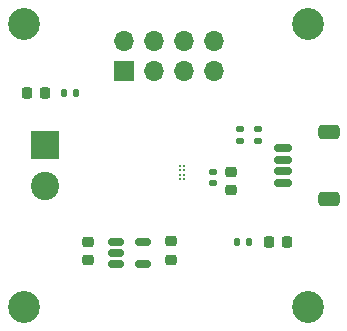
<source format=gbr>
%TF.GenerationSoftware,KiCad,Pcbnew,8.0.0-rc3-3-g27911d9b5a*%
%TF.CreationDate,2025-03-15T22:51:05+01:00*%
%TF.ProjectId,MSPM0C1104S8YCJR,4d53504d-3043-4313-9130-34533859434a,rev?*%
%TF.SameCoordinates,Original*%
%TF.FileFunction,Soldermask,Top*%
%TF.FilePolarity,Negative*%
%FSLAX46Y46*%
G04 Gerber Fmt 4.6, Leading zero omitted, Abs format (unit mm)*
G04 Created by KiCad (PCBNEW 8.0.0-rc3-3-g27911d9b5a) date 2025-03-15 22:51:05*
%MOMM*%
%LPD*%
G01*
G04 APERTURE LIST*
G04 Aperture macros list*
%AMRoundRect*
0 Rectangle with rounded corners*
0 $1 Rounding radius*
0 $2 $3 $4 $5 $6 $7 $8 $9 X,Y pos of 4 corners*
0 Add a 4 corners polygon primitive as box body*
4,1,4,$2,$3,$4,$5,$6,$7,$8,$9,$2,$3,0*
0 Add four circle primitives for the rounded corners*
1,1,$1+$1,$2,$3*
1,1,$1+$1,$4,$5*
1,1,$1+$1,$6,$7*
1,1,$1+$1,$8,$9*
0 Add four rect primitives between the rounded corners*
20,1,$1+$1,$2,$3,$4,$5,0*
20,1,$1+$1,$4,$5,$6,$7,0*
20,1,$1+$1,$6,$7,$8,$9,0*
20,1,$1+$1,$8,$9,$2,$3,0*%
G04 Aperture macros list end*
%ADD10RoundRect,0.250000X0.650000X-0.350000X0.650000X0.350000X-0.650000X0.350000X-0.650000X-0.350000X0*%
%ADD11RoundRect,0.150000X0.625000X-0.150000X0.625000X0.150000X-0.625000X0.150000X-0.625000X-0.150000X0*%
%ADD12C,0.300000*%
%ADD13RoundRect,0.150000X-0.512500X-0.150000X0.512500X-0.150000X0.512500X0.150000X-0.512500X0.150000X0*%
%ADD14RoundRect,0.135000X-0.135000X-0.185000X0.135000X-0.185000X0.135000X0.185000X-0.135000X0.185000X0*%
%ADD15RoundRect,0.135000X-0.185000X0.135000X-0.185000X-0.135000X0.185000X-0.135000X0.185000X0.135000X0*%
%ADD16R,2.400000X2.400000*%
%ADD17C,2.400000*%
%ADD18R,1.700000X1.700000*%
%ADD19O,1.700000X1.700000*%
%ADD20C,2.700000*%
%ADD21RoundRect,0.218750X0.218750X0.256250X-0.218750X0.256250X-0.218750X-0.256250X0.218750X-0.256250X0*%
%ADD22RoundRect,0.218750X-0.218750X-0.256250X0.218750X-0.256250X0.218750X0.256250X-0.218750X0.256250X0*%
%ADD23RoundRect,0.225000X-0.250000X0.225000X-0.250000X-0.225000X0.250000X-0.225000X0.250000X0.225000X0*%
%ADD24RoundRect,0.140000X-0.170000X0.140000X-0.170000X-0.140000X0.170000X-0.140000X0.170000X0.140000X0*%
G04 APERTURE END LIST*
D10*
%TO.C,J3*%
X138775000Y-97800000D03*
X138775000Y-92200000D03*
D11*
X134900000Y-93500000D03*
X134900000Y-94500000D03*
X134900000Y-95500000D03*
X134900000Y-96500000D03*
%TD*%
D12*
%TO.C,U1*%
X126150000Y-95075000D03*
X126500000Y-95075000D03*
X126150000Y-95425000D03*
X126500000Y-95425000D03*
X126150000Y-95775000D03*
X126500000Y-95775000D03*
X126150000Y-96125000D03*
X126500000Y-96125000D03*
%TD*%
D13*
%TO.C,U2*%
X120800000Y-101450000D03*
X120800000Y-102400000D03*
X120800000Y-103350000D03*
X123075000Y-103350000D03*
X123075000Y-101450000D03*
%TD*%
D14*
%TO.C,R5*%
X116380000Y-88900000D03*
X117400000Y-88900000D03*
%TD*%
D15*
%TO.C,R4*%
X132800000Y-91890000D03*
X132800000Y-92910000D03*
%TD*%
%TO.C,R3*%
X131290000Y-92900000D03*
X131290000Y-91880000D03*
%TD*%
D14*
%TO.C,R2*%
X130980000Y-101500000D03*
X132000000Y-101500000D03*
%TD*%
D16*
%TO.C,J2*%
X114800000Y-93250000D03*
D17*
X114800000Y-96750000D03*
%TD*%
D18*
%TO.C,J1*%
X121435000Y-86995000D03*
D19*
X121435000Y-84455000D03*
X123975000Y-86995000D03*
X123975000Y-84455000D03*
X126515000Y-86995000D03*
X126515000Y-84455000D03*
X129055000Y-86995000D03*
X129055000Y-84455000D03*
%TD*%
D20*
%TO.C,H4*%
X113000000Y-107000000D03*
%TD*%
%TO.C,H3*%
X137000000Y-107000000D03*
%TD*%
%TO.C,H2*%
X137000000Y-83000000D03*
%TD*%
%TO.C,H1*%
X113000000Y-83000000D03*
%TD*%
D21*
%TO.C,D2*%
X135287500Y-101500000D03*
X133712500Y-101500000D03*
%TD*%
D22*
%TO.C,D1*%
X113225000Y-88900000D03*
X114800000Y-88900000D03*
%TD*%
D23*
%TO.C,C4*%
X125437500Y-101425000D03*
X125437500Y-102975000D03*
%TD*%
%TO.C,C3*%
X118437500Y-101450000D03*
X118437500Y-103000000D03*
%TD*%
%TO.C,C2*%
X130500000Y-95550000D03*
X130500000Y-97100000D03*
%TD*%
D24*
%TO.C,C1*%
X129020000Y-95520000D03*
X129020000Y-96480000D03*
%TD*%
M02*

</source>
